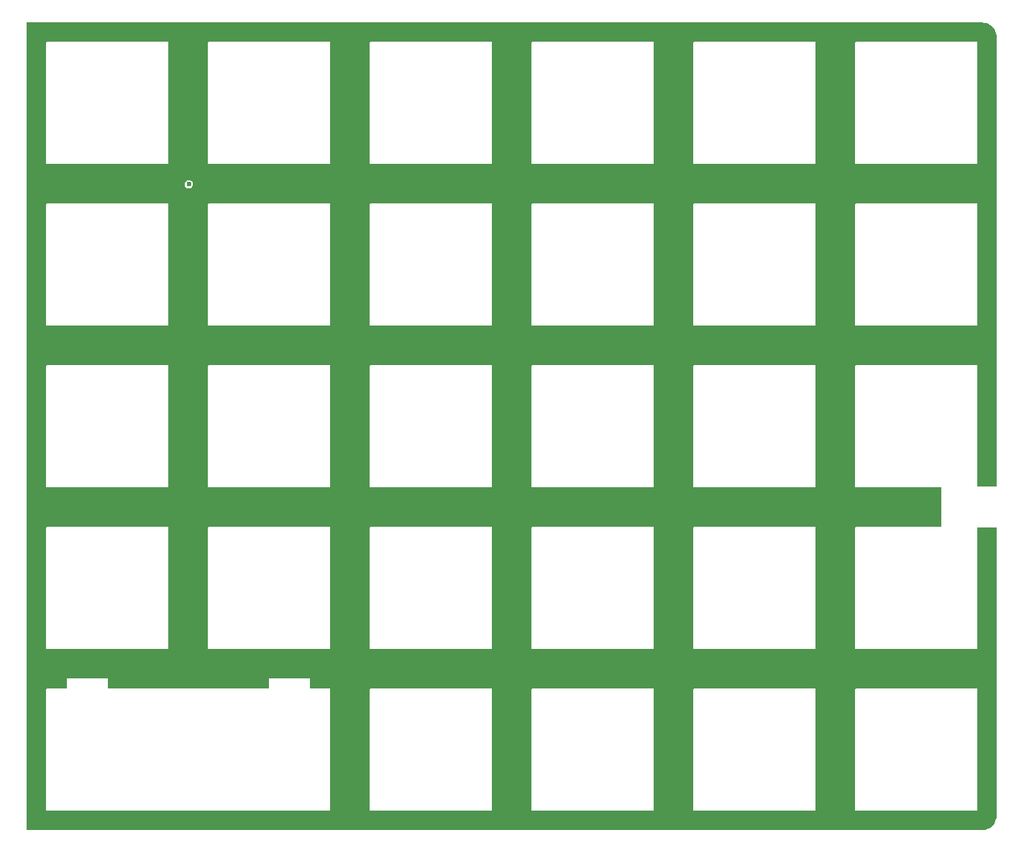
<source format=gtl>
G04 #@! TF.GenerationSoftware,KiCad,Pcbnew,(6.0.0-0)*
G04 #@! TF.CreationDate,2022-01-15T13:32:59+01:00*
G04 #@! TF.ProjectId,lumberjack-split,6c756d62-6572-46a6-9163-6b2d73706c69,rev?*
G04 #@! TF.SameCoordinates,Original*
G04 #@! TF.FileFunction,Copper,L1,Top*
G04 #@! TF.FilePolarity,Positive*
%FSLAX46Y46*%
G04 Gerber Fmt 4.6, Leading zero omitted, Abs format (unit mm)*
G04 Created by KiCad (PCBNEW (6.0.0-0)) date 2022-01-15 13:32:59*
%MOMM*%
%LPD*%
G01*
G04 APERTURE LIST*
G04 #@! TA.AperFunction,ViaPad*
%ADD10C,0.600000*%
G04 #@! TD*
G04 APERTURE END LIST*
D10*
X121500000Y-69100000D03*
G04 #@! TA.AperFunction,NonConductor*
G36*
X214900197Y-50057183D02*
G01*
X214907993Y-50060412D01*
X214910142Y-50059522D01*
X214910144Y-50059522D01*
X214913921Y-50057957D01*
X214919233Y-50057096D01*
X215154206Y-50073901D01*
X215155857Y-50074138D01*
X215396250Y-50126433D01*
X215397853Y-50126904D01*
X215628346Y-50212873D01*
X215629861Y-50213565D01*
X215845779Y-50331465D01*
X215847184Y-50332368D01*
X216044124Y-50479796D01*
X216045385Y-50480889D01*
X216219335Y-50654839D01*
X216220428Y-50656100D01*
X216367856Y-50853040D01*
X216368759Y-50854445D01*
X216486659Y-51070363D01*
X216487352Y-51071881D01*
X216573320Y-51302372D01*
X216573791Y-51303974D01*
X216626086Y-51544367D01*
X216626323Y-51546019D01*
X216643128Y-51780990D01*
X216642267Y-51786303D01*
X216640702Y-51790080D01*
X216640702Y-51790082D01*
X216639812Y-51792231D01*
X216640703Y-51794382D01*
X216643041Y-51800027D01*
X216643932Y-51804504D01*
X216643932Y-104713388D01*
X216640505Y-104721661D01*
X216632232Y-104725088D01*
X214374379Y-104725088D01*
X214366106Y-104721661D01*
X214362679Y-104713388D01*
X214362530Y-92857732D01*
X214362500Y-90499773D01*
X214363391Y-90495295D01*
X214365729Y-90489651D01*
X214366620Y-90487500D01*
X214350769Y-90449231D01*
X214348618Y-90448340D01*
X214322450Y-90437501D01*
X214322449Y-90437501D01*
X214322447Y-90437500D01*
X214322446Y-90437500D01*
X214312499Y-90433380D01*
X214310348Y-90434271D01*
X214304703Y-90436609D01*
X214300226Y-90437500D01*
X200037273Y-90437500D01*
X200032796Y-90436609D01*
X200027151Y-90434271D01*
X200025000Y-90433380D01*
X200015053Y-90437500D01*
X199986731Y-90449231D01*
X199970880Y-90487500D01*
X199971771Y-90489651D01*
X199974109Y-90495296D01*
X199975000Y-90499773D01*
X199975000Y-104762815D01*
X199974109Y-104767292D01*
X199970880Y-104775088D01*
X199986731Y-104813357D01*
X200015053Y-104825088D01*
X200015197Y-104825088D01*
X200015458Y-104825167D01*
X200025000Y-104829120D01*
X200027151Y-104828229D01*
X200032583Y-104825979D01*
X200037060Y-104825088D01*
X210083789Y-104825088D01*
X210092062Y-104828515D01*
X210095489Y-104836788D01*
X210095489Y-109475800D01*
X210092062Y-109484073D01*
X210083789Y-109487500D01*
X200037273Y-109487500D01*
X200032796Y-109486609D01*
X200027151Y-109484271D01*
X200025000Y-109483380D01*
X200015053Y-109487500D01*
X199986731Y-109499231D01*
X199970880Y-109537500D01*
X199971771Y-109539651D01*
X199974109Y-109545296D01*
X199975000Y-109549773D01*
X199975000Y-123812727D01*
X199974109Y-123817204D01*
X199970880Y-123825000D01*
X199975000Y-123834946D01*
X199975000Y-123834947D01*
X199986731Y-123863269D01*
X200025000Y-123879120D01*
X200027151Y-123878229D01*
X200032796Y-123875891D01*
X200037273Y-123875000D01*
X214300226Y-123875000D01*
X214304703Y-123875891D01*
X214312499Y-123879120D01*
X214322446Y-123875000D01*
X214322447Y-123875000D01*
X214322449Y-123874999D01*
X214322450Y-123874999D01*
X214348618Y-123864160D01*
X214350769Y-123863269D01*
X214366620Y-123825000D01*
X214363391Y-123817204D01*
X214362500Y-123812727D01*
X214362501Y-123775000D01*
X214362679Y-109599292D01*
X214366106Y-109591019D01*
X214374379Y-109587592D01*
X216632232Y-109587592D01*
X216640505Y-109591019D01*
X216643932Y-109599292D01*
X216643932Y-143458160D01*
X216643041Y-143462637D01*
X216639812Y-143470433D01*
X216640702Y-143472582D01*
X216640702Y-143472584D01*
X216642267Y-143476361D01*
X216643128Y-143481674D01*
X216626323Y-143716645D01*
X216626086Y-143718297D01*
X216573791Y-143958690D01*
X216573320Y-143960292D01*
X216487352Y-144190783D01*
X216486659Y-144192301D01*
X216368759Y-144408219D01*
X216367856Y-144409624D01*
X216220428Y-144606564D01*
X216219335Y-144607825D01*
X216045385Y-144781775D01*
X216044124Y-144782868D01*
X215847184Y-144930296D01*
X215845779Y-144931199D01*
X215629861Y-145049099D01*
X215628346Y-145049791D01*
X215590748Y-145063814D01*
X215397852Y-145135760D01*
X215396250Y-145136231D01*
X215155857Y-145188526D01*
X215154206Y-145188763D01*
X214919233Y-145205568D01*
X214913921Y-145204707D01*
X214910144Y-145203142D01*
X214910142Y-145203142D01*
X214907993Y-145202252D01*
X214905842Y-145203143D01*
X214900197Y-145205481D01*
X214895720Y-145206372D01*
X102455536Y-145206372D01*
X102447263Y-145202945D01*
X102443836Y-145194672D01*
X102443836Y-142875000D01*
X104720880Y-142875000D01*
X104725000Y-142884947D01*
X104736731Y-142913269D01*
X104775000Y-142929120D01*
X104777151Y-142928229D01*
X104782796Y-142925891D01*
X104787273Y-142925000D01*
X138100227Y-142925000D01*
X138104704Y-142925891D01*
X138112500Y-142929120D01*
X138114651Y-142928229D01*
X138148618Y-142914160D01*
X138150769Y-142913269D01*
X138162500Y-142884947D01*
X138166620Y-142875000D01*
X142820880Y-142875000D01*
X142825000Y-142884947D01*
X142836731Y-142913269D01*
X142875000Y-142929120D01*
X142877151Y-142928229D01*
X142882796Y-142925891D01*
X142887273Y-142925000D01*
X157150227Y-142925000D01*
X157154704Y-142925891D01*
X157162500Y-142929120D01*
X157164651Y-142928229D01*
X157198618Y-142914160D01*
X157200769Y-142913269D01*
X157212500Y-142884947D01*
X157216620Y-142875000D01*
X161870880Y-142875000D01*
X161875000Y-142884947D01*
X161886731Y-142913269D01*
X161925000Y-142929120D01*
X161927151Y-142928229D01*
X161932796Y-142925891D01*
X161937273Y-142925000D01*
X176200227Y-142925000D01*
X176204704Y-142925891D01*
X176212500Y-142929120D01*
X176214651Y-142928229D01*
X176248618Y-142914160D01*
X176250769Y-142913269D01*
X176262500Y-142884947D01*
X176266620Y-142875000D01*
X180920880Y-142875000D01*
X180925000Y-142884947D01*
X180936731Y-142913269D01*
X180975000Y-142929120D01*
X180977151Y-142928229D01*
X180982796Y-142925891D01*
X180987273Y-142925000D01*
X195250227Y-142925000D01*
X195254704Y-142925891D01*
X195262500Y-142929120D01*
X195264651Y-142928229D01*
X195298618Y-142914160D01*
X195300769Y-142913269D01*
X195312500Y-142884947D01*
X195316620Y-142875000D01*
X199970880Y-142875000D01*
X199975000Y-142884947D01*
X199986731Y-142913269D01*
X200025000Y-142929120D01*
X200027151Y-142928229D01*
X200032796Y-142925891D01*
X200037273Y-142925000D01*
X214300227Y-142925000D01*
X214304704Y-142925891D01*
X214312500Y-142929120D01*
X214314651Y-142928229D01*
X214348618Y-142914160D01*
X214350769Y-142913269D01*
X214362500Y-142884947D01*
X214366620Y-142875000D01*
X214363391Y-142867204D01*
X214362500Y-142862727D01*
X214362500Y-128599773D01*
X214363391Y-128595296D01*
X214365729Y-128589651D01*
X214366620Y-128587500D01*
X214350769Y-128549231D01*
X214322447Y-128537500D01*
X214312500Y-128533380D01*
X214310349Y-128534271D01*
X214304704Y-128536609D01*
X214300227Y-128537500D01*
X200037273Y-128537500D01*
X200032796Y-128536609D01*
X200027151Y-128534271D01*
X200025000Y-128533380D01*
X200015053Y-128537500D01*
X199986731Y-128549231D01*
X199970880Y-128587500D01*
X199971771Y-128589651D01*
X199974109Y-128595296D01*
X199975000Y-128599773D01*
X199975000Y-142862727D01*
X199974109Y-142867204D01*
X199970880Y-142875000D01*
X195316620Y-142875000D01*
X195313391Y-142867204D01*
X195312500Y-142862727D01*
X195312500Y-128599773D01*
X195313391Y-128595296D01*
X195315729Y-128589651D01*
X195316620Y-128587500D01*
X195300769Y-128549231D01*
X195272447Y-128537500D01*
X195262500Y-128533380D01*
X195260349Y-128534271D01*
X195254704Y-128536609D01*
X195250227Y-128537500D01*
X180987273Y-128537500D01*
X180982796Y-128536609D01*
X180977151Y-128534271D01*
X180975000Y-128533380D01*
X180965053Y-128537500D01*
X180936731Y-128549231D01*
X180920880Y-128587500D01*
X180921771Y-128589651D01*
X180924109Y-128595296D01*
X180925000Y-128599773D01*
X180925000Y-142862727D01*
X180924109Y-142867204D01*
X180920880Y-142875000D01*
X176266620Y-142875000D01*
X176263391Y-142867204D01*
X176262500Y-142862727D01*
X176262500Y-128599773D01*
X176263391Y-128595296D01*
X176265729Y-128589651D01*
X176266620Y-128587500D01*
X176250769Y-128549231D01*
X176222447Y-128537500D01*
X176212500Y-128533380D01*
X176210349Y-128534271D01*
X176204704Y-128536609D01*
X176200227Y-128537500D01*
X161937273Y-128537500D01*
X161932796Y-128536609D01*
X161927151Y-128534271D01*
X161925000Y-128533380D01*
X161915053Y-128537500D01*
X161886731Y-128549231D01*
X161870880Y-128587500D01*
X161871771Y-128589651D01*
X161874109Y-128595296D01*
X161875000Y-128599773D01*
X161875000Y-142862727D01*
X161874109Y-142867204D01*
X161870880Y-142875000D01*
X157216620Y-142875000D01*
X157213391Y-142867204D01*
X157212500Y-142862727D01*
X157212500Y-128599773D01*
X157213391Y-128595296D01*
X157215729Y-128589651D01*
X157216620Y-128587500D01*
X157200769Y-128549231D01*
X157172447Y-128537500D01*
X157162500Y-128533380D01*
X157160349Y-128534271D01*
X157154704Y-128536609D01*
X157150227Y-128537500D01*
X142887273Y-128537500D01*
X142882796Y-128536609D01*
X142877151Y-128534271D01*
X142875000Y-128533380D01*
X142865053Y-128537500D01*
X142836731Y-128549231D01*
X142820880Y-128587500D01*
X142821771Y-128589651D01*
X142824109Y-128595296D01*
X142825000Y-128599773D01*
X142825000Y-142862727D01*
X142824109Y-142867204D01*
X142820880Y-142875000D01*
X138166620Y-142875000D01*
X138163391Y-142867204D01*
X138162500Y-142862727D01*
X138162616Y-128599881D01*
X138163507Y-128595404D01*
X138165845Y-128589759D01*
X138166736Y-128587608D01*
X138150885Y-128549339D01*
X138122563Y-128537608D01*
X138112616Y-128533488D01*
X138110465Y-128534379D01*
X138104820Y-128536717D01*
X138100343Y-128537608D01*
X135793064Y-128537608D01*
X135784791Y-128534181D01*
X135781364Y-128525908D01*
X135781364Y-127409255D01*
X135782255Y-127404778D01*
X135784593Y-127399133D01*
X135785484Y-127396982D01*
X135769633Y-127358713D01*
X135741311Y-127346982D01*
X135731364Y-127342862D01*
X135729213Y-127343753D01*
X135723568Y-127346091D01*
X135719091Y-127346982D01*
X130981133Y-127346982D01*
X130976656Y-127346091D01*
X130971011Y-127343753D01*
X130968860Y-127342862D01*
X130958913Y-127346982D01*
X130930591Y-127358713D01*
X130914740Y-127396982D01*
X130915631Y-127399133D01*
X130917969Y-127404778D01*
X130918860Y-127409255D01*
X130918860Y-128525908D01*
X130915433Y-128534181D01*
X130907160Y-128537608D01*
X111980544Y-128537608D01*
X111972271Y-128534181D01*
X111968844Y-128525908D01*
X111968844Y-127409255D01*
X111969735Y-127404778D01*
X111972073Y-127399133D01*
X111972964Y-127396982D01*
X111957113Y-127358713D01*
X111928791Y-127346982D01*
X111918844Y-127342862D01*
X111916693Y-127343753D01*
X111911048Y-127346091D01*
X111906571Y-127346982D01*
X107168613Y-127346982D01*
X107164136Y-127346091D01*
X107158491Y-127343753D01*
X107156340Y-127342862D01*
X107146393Y-127346982D01*
X107118071Y-127358713D01*
X107102220Y-127396982D01*
X107103111Y-127399133D01*
X107105449Y-127404778D01*
X107106340Y-127409255D01*
X107106340Y-128525904D01*
X107102913Y-128534177D01*
X107094639Y-128537604D01*
X104787274Y-128537501D01*
X104782798Y-128536610D01*
X104777151Y-128534271D01*
X104775000Y-128533380D01*
X104753682Y-128542210D01*
X104738880Y-128548340D01*
X104736733Y-128549229D01*
X104736731Y-128549231D01*
X104727173Y-128572306D01*
X104720880Y-128587498D01*
X104721770Y-128589647D01*
X104721770Y-128589648D01*
X104724110Y-128595297D01*
X104725000Y-128599774D01*
X104725000Y-142862727D01*
X104724109Y-142867204D01*
X104720880Y-142875000D01*
X102443836Y-142875000D01*
X102443836Y-123825000D01*
X104720880Y-123825000D01*
X104725000Y-123834946D01*
X104725000Y-123834947D01*
X104736731Y-123863269D01*
X104775000Y-123879120D01*
X104777151Y-123878229D01*
X104782796Y-123875891D01*
X104787273Y-123875000D01*
X119050227Y-123875000D01*
X119054704Y-123875891D01*
X119062500Y-123879120D01*
X119064651Y-123878229D01*
X119098618Y-123864160D01*
X119100769Y-123863269D01*
X119112500Y-123834947D01*
X119112500Y-123834946D01*
X119116620Y-123825000D01*
X123770880Y-123825000D01*
X123775000Y-123834946D01*
X123775000Y-123834947D01*
X123786731Y-123863269D01*
X123825000Y-123879120D01*
X123827151Y-123878229D01*
X123832796Y-123875891D01*
X123837273Y-123875000D01*
X138100227Y-123875000D01*
X138104704Y-123875891D01*
X138112500Y-123879120D01*
X138114651Y-123878229D01*
X138148618Y-123864160D01*
X138150769Y-123863269D01*
X138162500Y-123834947D01*
X138162500Y-123834946D01*
X138166620Y-123825000D01*
X142820880Y-123825000D01*
X142825000Y-123834946D01*
X142825000Y-123834947D01*
X142836731Y-123863269D01*
X142875000Y-123879120D01*
X142877151Y-123878229D01*
X142882796Y-123875891D01*
X142887273Y-123875000D01*
X157150227Y-123875000D01*
X157154704Y-123875891D01*
X157162500Y-123879120D01*
X157164651Y-123878229D01*
X157198618Y-123864160D01*
X157200769Y-123863269D01*
X157212500Y-123834947D01*
X157212500Y-123834946D01*
X157216620Y-123825000D01*
X161870880Y-123825000D01*
X161875000Y-123834946D01*
X161875000Y-123834947D01*
X161886731Y-123863269D01*
X161925000Y-123879120D01*
X161927151Y-123878229D01*
X161932796Y-123875891D01*
X161937273Y-123875000D01*
X176200227Y-123875000D01*
X176204704Y-123875891D01*
X176212500Y-123879120D01*
X176214651Y-123878229D01*
X176248618Y-123864160D01*
X176250769Y-123863269D01*
X176262500Y-123834947D01*
X176262500Y-123834946D01*
X176266620Y-123825000D01*
X180920880Y-123825000D01*
X180925000Y-123834946D01*
X180925000Y-123834947D01*
X180936731Y-123863269D01*
X180975000Y-123879120D01*
X180977151Y-123878229D01*
X180982796Y-123875891D01*
X180987273Y-123875000D01*
X195250227Y-123875000D01*
X195254704Y-123875891D01*
X195262500Y-123879120D01*
X195264651Y-123878229D01*
X195298618Y-123864160D01*
X195300769Y-123863269D01*
X195312500Y-123834947D01*
X195312500Y-123834946D01*
X195316620Y-123825000D01*
X195313391Y-123817204D01*
X195312500Y-123812727D01*
X195312500Y-109549773D01*
X195313391Y-109545296D01*
X195315729Y-109539651D01*
X195316620Y-109537500D01*
X195300769Y-109499231D01*
X195272447Y-109487500D01*
X195262500Y-109483380D01*
X195260349Y-109484271D01*
X195254704Y-109486609D01*
X195250227Y-109487500D01*
X180987273Y-109487500D01*
X180982796Y-109486609D01*
X180977151Y-109484271D01*
X180975000Y-109483380D01*
X180965053Y-109487500D01*
X180936731Y-109499231D01*
X180920880Y-109537500D01*
X180921771Y-109539651D01*
X180924109Y-109545296D01*
X180925000Y-109549773D01*
X180925000Y-123812727D01*
X180924109Y-123817204D01*
X180920880Y-123825000D01*
X176266620Y-123825000D01*
X176263391Y-123817204D01*
X176262500Y-123812727D01*
X176262500Y-109549773D01*
X176263391Y-109545296D01*
X176265729Y-109539651D01*
X176266620Y-109537500D01*
X176250769Y-109499231D01*
X176222447Y-109487500D01*
X176212500Y-109483380D01*
X176210349Y-109484271D01*
X176204704Y-109486609D01*
X176200227Y-109487500D01*
X161937273Y-109487500D01*
X161932796Y-109486609D01*
X161927151Y-109484271D01*
X161925000Y-109483380D01*
X161915053Y-109487500D01*
X161886731Y-109499231D01*
X161870880Y-109537500D01*
X161871771Y-109539651D01*
X161874109Y-109545296D01*
X161875000Y-109549773D01*
X161875000Y-123812727D01*
X161874109Y-123817204D01*
X161870880Y-123825000D01*
X157216620Y-123825000D01*
X157213391Y-123817204D01*
X157212500Y-123812727D01*
X157212500Y-109549773D01*
X157213391Y-109545296D01*
X157215729Y-109539651D01*
X157216620Y-109537500D01*
X157200769Y-109499231D01*
X157172447Y-109487500D01*
X157162500Y-109483380D01*
X157160349Y-109484271D01*
X157154704Y-109486609D01*
X157150227Y-109487500D01*
X142887273Y-109487500D01*
X142882796Y-109486609D01*
X142877151Y-109484271D01*
X142875000Y-109483380D01*
X142865053Y-109487500D01*
X142836731Y-109499231D01*
X142820880Y-109537500D01*
X142821771Y-109539651D01*
X142824109Y-109545296D01*
X142825000Y-109549773D01*
X142825000Y-123812727D01*
X142824109Y-123817204D01*
X142820880Y-123825000D01*
X138166620Y-123825000D01*
X138163391Y-123817204D01*
X138162500Y-123812727D01*
X138162500Y-109549773D01*
X138163391Y-109545296D01*
X138165729Y-109539651D01*
X138166620Y-109537500D01*
X138150769Y-109499231D01*
X138122447Y-109487500D01*
X138112500Y-109483380D01*
X138110349Y-109484271D01*
X138104704Y-109486609D01*
X138100227Y-109487500D01*
X123837273Y-109487500D01*
X123832796Y-109486609D01*
X123827151Y-109484271D01*
X123825000Y-109483380D01*
X123815053Y-109487500D01*
X123786731Y-109499231D01*
X123770880Y-109537500D01*
X123771771Y-109539651D01*
X123774109Y-109545296D01*
X123775000Y-109549773D01*
X123775000Y-123812727D01*
X123774109Y-123817204D01*
X123770880Y-123825000D01*
X119116620Y-123825000D01*
X119113391Y-123817204D01*
X119112500Y-123812727D01*
X119112500Y-109549773D01*
X119113391Y-109545296D01*
X119115729Y-109539651D01*
X119116620Y-109537500D01*
X119100769Y-109499231D01*
X119072447Y-109487500D01*
X119062500Y-109483380D01*
X119060349Y-109484271D01*
X119054704Y-109486609D01*
X119050227Y-109487500D01*
X104787273Y-109487500D01*
X104782796Y-109486609D01*
X104777151Y-109484271D01*
X104775000Y-109483380D01*
X104765053Y-109487500D01*
X104736731Y-109499231D01*
X104720880Y-109537500D01*
X104721771Y-109539651D01*
X104724109Y-109545296D01*
X104725000Y-109549773D01*
X104725000Y-123812727D01*
X104724109Y-123817204D01*
X104720880Y-123825000D01*
X102443836Y-123825000D01*
X102443836Y-104775000D01*
X104720880Y-104775000D01*
X104725000Y-104784947D01*
X104736731Y-104813269D01*
X104738882Y-104814160D01*
X104755866Y-104821195D01*
X104775000Y-104829120D01*
X104777151Y-104828229D01*
X104782796Y-104825891D01*
X104787273Y-104825000D01*
X119050227Y-104825000D01*
X119054704Y-104825891D01*
X119057526Y-104827060D01*
X119062500Y-104829120D01*
X119064651Y-104828229D01*
X119098618Y-104814160D01*
X119100769Y-104813269D01*
X119112500Y-104784947D01*
X119116620Y-104775000D01*
X123770880Y-104775000D01*
X123775000Y-104784947D01*
X123786731Y-104813269D01*
X123788882Y-104814160D01*
X123805866Y-104821195D01*
X123825000Y-104829120D01*
X123827151Y-104828229D01*
X123832796Y-104825891D01*
X123837273Y-104825000D01*
X138100227Y-104825000D01*
X138104704Y-104825891D01*
X138107526Y-104827060D01*
X138112500Y-104829120D01*
X138114651Y-104828229D01*
X138148618Y-104814160D01*
X138150769Y-104813269D01*
X138162500Y-104784947D01*
X138166620Y-104775000D01*
X142820880Y-104775000D01*
X142825000Y-104784947D01*
X142836731Y-104813269D01*
X142838882Y-104814160D01*
X142855866Y-104821195D01*
X142875000Y-104829120D01*
X142877151Y-104828229D01*
X142882796Y-104825891D01*
X142887273Y-104825000D01*
X157150227Y-104825000D01*
X157154704Y-104825891D01*
X157157526Y-104827060D01*
X157162500Y-104829120D01*
X157164651Y-104828229D01*
X157198618Y-104814160D01*
X157200769Y-104813269D01*
X157212500Y-104784947D01*
X157216620Y-104775000D01*
X161870880Y-104775000D01*
X161875000Y-104784947D01*
X161886731Y-104813269D01*
X161888882Y-104814160D01*
X161905866Y-104821195D01*
X161925000Y-104829120D01*
X161927151Y-104828229D01*
X161932796Y-104825891D01*
X161937273Y-104825000D01*
X176200227Y-104825000D01*
X176204704Y-104825891D01*
X176207526Y-104827060D01*
X176212500Y-104829120D01*
X176214651Y-104828229D01*
X176248618Y-104814160D01*
X176250769Y-104813269D01*
X176262500Y-104784947D01*
X176266620Y-104775000D01*
X180920880Y-104775000D01*
X180925000Y-104784947D01*
X180936731Y-104813269D01*
X180938882Y-104814160D01*
X180955866Y-104821195D01*
X180975000Y-104829120D01*
X180977151Y-104828229D01*
X180982796Y-104825891D01*
X180987273Y-104825000D01*
X195250227Y-104825000D01*
X195254704Y-104825891D01*
X195257526Y-104827060D01*
X195262500Y-104829120D01*
X195264651Y-104828229D01*
X195298618Y-104814160D01*
X195300769Y-104813269D01*
X195312500Y-104784947D01*
X195316620Y-104775000D01*
X195313391Y-104767204D01*
X195312500Y-104762727D01*
X195312500Y-90499773D01*
X195313391Y-90495296D01*
X195315729Y-90489651D01*
X195316620Y-90487500D01*
X195300769Y-90449231D01*
X195272447Y-90437500D01*
X195262500Y-90433380D01*
X195260349Y-90434271D01*
X195254704Y-90436609D01*
X195250227Y-90437500D01*
X180987273Y-90437500D01*
X180982796Y-90436609D01*
X180977151Y-90434271D01*
X180975000Y-90433380D01*
X180965053Y-90437500D01*
X180936731Y-90449231D01*
X180920880Y-90487500D01*
X180921771Y-90489651D01*
X180924109Y-90495296D01*
X180925000Y-90499773D01*
X180925000Y-104762727D01*
X180924109Y-104767204D01*
X180920880Y-104775000D01*
X176266620Y-104775000D01*
X176263391Y-104767204D01*
X176262500Y-104762727D01*
X176262500Y-90499773D01*
X176263391Y-90495296D01*
X176265729Y-90489651D01*
X176266620Y-90487500D01*
X176250769Y-90449231D01*
X176222447Y-90437500D01*
X176212500Y-90433380D01*
X176210349Y-90434271D01*
X176204704Y-90436609D01*
X176200227Y-90437500D01*
X161937273Y-90437500D01*
X161932796Y-90436609D01*
X161927151Y-90434271D01*
X161925000Y-90433380D01*
X161915053Y-90437500D01*
X161886731Y-90449231D01*
X161870880Y-90487500D01*
X161871771Y-90489651D01*
X161874109Y-90495296D01*
X161875000Y-90499773D01*
X161875000Y-104762727D01*
X161874109Y-104767204D01*
X161870880Y-104775000D01*
X157216620Y-104775000D01*
X157213391Y-104767204D01*
X157212500Y-104762727D01*
X157212500Y-90499773D01*
X157213391Y-90495296D01*
X157215729Y-90489651D01*
X157216620Y-90487500D01*
X157200769Y-90449231D01*
X157172447Y-90437500D01*
X157162500Y-90433380D01*
X157160349Y-90434271D01*
X157154704Y-90436609D01*
X157150227Y-90437500D01*
X142887273Y-90437500D01*
X142882796Y-90436609D01*
X142877151Y-90434271D01*
X142875000Y-90433380D01*
X142865053Y-90437500D01*
X142836731Y-90449231D01*
X142820880Y-90487500D01*
X142821771Y-90489651D01*
X142824109Y-90495296D01*
X142825000Y-90499773D01*
X142825000Y-104762727D01*
X142824109Y-104767204D01*
X142820880Y-104775000D01*
X138166620Y-104775000D01*
X138163391Y-104767204D01*
X138162500Y-104762727D01*
X138162500Y-90499773D01*
X138163391Y-90495296D01*
X138165729Y-90489651D01*
X138166620Y-90487500D01*
X138150769Y-90449231D01*
X138122447Y-90437500D01*
X138112500Y-90433380D01*
X138110349Y-90434271D01*
X138104704Y-90436609D01*
X138100227Y-90437500D01*
X123837273Y-90437500D01*
X123832796Y-90436609D01*
X123827151Y-90434271D01*
X123825000Y-90433380D01*
X123815053Y-90437500D01*
X123786731Y-90449231D01*
X123770880Y-90487500D01*
X123771771Y-90489651D01*
X123774109Y-90495296D01*
X123775000Y-90499773D01*
X123775000Y-104762727D01*
X123774109Y-104767204D01*
X123770880Y-104775000D01*
X119116620Y-104775000D01*
X119113391Y-104767204D01*
X119112500Y-104762727D01*
X119112500Y-90499773D01*
X119113391Y-90495296D01*
X119115729Y-90489651D01*
X119116620Y-90487500D01*
X119100769Y-90449231D01*
X119072447Y-90437500D01*
X119062500Y-90433380D01*
X119060349Y-90434271D01*
X119054704Y-90436609D01*
X119050227Y-90437500D01*
X104787273Y-90437500D01*
X104782796Y-90436609D01*
X104777151Y-90434271D01*
X104775000Y-90433380D01*
X104765053Y-90437500D01*
X104736731Y-90449231D01*
X104720880Y-90487500D01*
X104721771Y-90489651D01*
X104724109Y-90495296D01*
X104725000Y-90499773D01*
X104725000Y-104762727D01*
X104724109Y-104767204D01*
X104720880Y-104775000D01*
X102443836Y-104775000D01*
X102443836Y-85725000D01*
X104720880Y-85725000D01*
X104725000Y-85734947D01*
X104736731Y-85763269D01*
X104775000Y-85779120D01*
X104777151Y-85778229D01*
X104782796Y-85775891D01*
X104787273Y-85775000D01*
X119050227Y-85775000D01*
X119054704Y-85775891D01*
X119062500Y-85779120D01*
X119064651Y-85778229D01*
X119098618Y-85764160D01*
X119100769Y-85763269D01*
X119112500Y-85734947D01*
X119116620Y-85725000D01*
X123770880Y-85725000D01*
X123775000Y-85734947D01*
X123786731Y-85763269D01*
X123825000Y-85779120D01*
X123827151Y-85778229D01*
X123832796Y-85775891D01*
X123837273Y-85775000D01*
X138100227Y-85775000D01*
X138104704Y-85775891D01*
X138112500Y-85779120D01*
X138114651Y-85778229D01*
X138148618Y-85764160D01*
X138150769Y-85763269D01*
X138162500Y-85734947D01*
X138166620Y-85725000D01*
X142820880Y-85725000D01*
X142825000Y-85734947D01*
X142836731Y-85763269D01*
X142875000Y-85779120D01*
X142877151Y-85778229D01*
X142882796Y-85775891D01*
X142887273Y-85775000D01*
X157150227Y-85775000D01*
X157154704Y-85775891D01*
X157162500Y-85779120D01*
X157164651Y-85778229D01*
X157198618Y-85764160D01*
X157200769Y-85763269D01*
X157212500Y-85734947D01*
X157216620Y-85725000D01*
X161870880Y-85725000D01*
X161875000Y-85734947D01*
X161886731Y-85763269D01*
X161925000Y-85779120D01*
X161927151Y-85778229D01*
X161932796Y-85775891D01*
X161937273Y-85775000D01*
X176200227Y-85775000D01*
X176204704Y-85775891D01*
X176212500Y-85779120D01*
X176214651Y-85778229D01*
X176248618Y-85764160D01*
X176250769Y-85763269D01*
X176262500Y-85734947D01*
X176266620Y-85725000D01*
X180920880Y-85725000D01*
X180925000Y-85734947D01*
X180936731Y-85763269D01*
X180975000Y-85779120D01*
X180977151Y-85778229D01*
X180982796Y-85775891D01*
X180987273Y-85775000D01*
X195250227Y-85775000D01*
X195254704Y-85775891D01*
X195262500Y-85779120D01*
X195264651Y-85778229D01*
X195298618Y-85764160D01*
X195300769Y-85763269D01*
X195312500Y-85734947D01*
X195316620Y-85725000D01*
X199970880Y-85725000D01*
X199975000Y-85734947D01*
X199986731Y-85763269D01*
X200025000Y-85779120D01*
X200027151Y-85778229D01*
X200032796Y-85775891D01*
X200037273Y-85775000D01*
X214300227Y-85775000D01*
X214304704Y-85775891D01*
X214312500Y-85779120D01*
X214314651Y-85778229D01*
X214348618Y-85764160D01*
X214350769Y-85763269D01*
X214362500Y-85734947D01*
X214366620Y-85725000D01*
X214363391Y-85717204D01*
X214362500Y-85712727D01*
X214362500Y-71449773D01*
X214363391Y-71445296D01*
X214365729Y-71439651D01*
X214366620Y-71437500D01*
X214350769Y-71399231D01*
X214322447Y-71387500D01*
X214312500Y-71383380D01*
X214310349Y-71384271D01*
X214304704Y-71386609D01*
X214300227Y-71387500D01*
X200037273Y-71387500D01*
X200032796Y-71386609D01*
X200027151Y-71384271D01*
X200025000Y-71383380D01*
X200015053Y-71387500D01*
X199986731Y-71399231D01*
X199970880Y-71437500D01*
X199971771Y-71439651D01*
X199974109Y-71445296D01*
X199975000Y-71449773D01*
X199975000Y-85712727D01*
X199974109Y-85717204D01*
X199970880Y-85725000D01*
X195316620Y-85725000D01*
X195313391Y-85717204D01*
X195312500Y-85712727D01*
X195312500Y-71449773D01*
X195313391Y-71445296D01*
X195315729Y-71439651D01*
X195316620Y-71437500D01*
X195300769Y-71399231D01*
X195272447Y-71387500D01*
X195262500Y-71383380D01*
X195260349Y-71384271D01*
X195254704Y-71386609D01*
X195250227Y-71387500D01*
X180987273Y-71387500D01*
X180982796Y-71386609D01*
X180977151Y-71384271D01*
X180975000Y-71383380D01*
X180965053Y-71387500D01*
X180936731Y-71399231D01*
X180920880Y-71437500D01*
X180921771Y-71439651D01*
X180924109Y-71445296D01*
X180925000Y-71449773D01*
X180925000Y-85712727D01*
X180924109Y-85717204D01*
X180920880Y-85725000D01*
X176266620Y-85725000D01*
X176263391Y-85717204D01*
X176262500Y-85712727D01*
X176262500Y-71449773D01*
X176263391Y-71445296D01*
X176265729Y-71439651D01*
X176266620Y-71437500D01*
X176250769Y-71399231D01*
X176222447Y-71387500D01*
X176212500Y-71383380D01*
X176210349Y-71384271D01*
X176204704Y-71386609D01*
X176200227Y-71387500D01*
X161937273Y-71387500D01*
X161932796Y-71386609D01*
X161927151Y-71384271D01*
X161925000Y-71383380D01*
X161915053Y-71387500D01*
X161886731Y-71399231D01*
X161870880Y-71437500D01*
X161871771Y-71439651D01*
X161874109Y-71445296D01*
X161875000Y-71449773D01*
X161875000Y-85712727D01*
X161874109Y-85717204D01*
X161870880Y-85725000D01*
X157216620Y-85725000D01*
X157213391Y-85717204D01*
X157212500Y-85712727D01*
X157212500Y-71449773D01*
X157213391Y-71445296D01*
X157215729Y-71439651D01*
X157216620Y-71437500D01*
X157200769Y-71399231D01*
X157172447Y-71387500D01*
X157162500Y-71383380D01*
X157160349Y-71384271D01*
X157154704Y-71386609D01*
X157150227Y-71387500D01*
X142887273Y-71387500D01*
X142882796Y-71386609D01*
X142877151Y-71384271D01*
X142875000Y-71383380D01*
X142865053Y-71387500D01*
X142836731Y-71399231D01*
X142820880Y-71437500D01*
X142821771Y-71439651D01*
X142824109Y-71445296D01*
X142825000Y-71449773D01*
X142825000Y-85712727D01*
X142824109Y-85717204D01*
X142820880Y-85725000D01*
X138166620Y-85725000D01*
X138163391Y-85717204D01*
X138162500Y-85712727D01*
X138162500Y-71449773D01*
X138163391Y-71445296D01*
X138165729Y-71439651D01*
X138166620Y-71437500D01*
X138150769Y-71399231D01*
X138122447Y-71387500D01*
X138112500Y-71383380D01*
X138110349Y-71384271D01*
X138104704Y-71386609D01*
X138100227Y-71387500D01*
X123837273Y-71387500D01*
X123832796Y-71386609D01*
X123827151Y-71384271D01*
X123825000Y-71383380D01*
X123815053Y-71387500D01*
X123786731Y-71399231D01*
X123770880Y-71437500D01*
X123771771Y-71439651D01*
X123774109Y-71445296D01*
X123775000Y-71449773D01*
X123775000Y-85712727D01*
X123774109Y-85717204D01*
X123770880Y-85725000D01*
X119116620Y-85725000D01*
X119113391Y-85717204D01*
X119112500Y-85712727D01*
X119112500Y-71449773D01*
X119113391Y-71445296D01*
X119115729Y-71439651D01*
X119116620Y-71437500D01*
X119100769Y-71399231D01*
X119072447Y-71387500D01*
X119062500Y-71383380D01*
X119060349Y-71384271D01*
X119054704Y-71386609D01*
X119050227Y-71387500D01*
X104787273Y-71387500D01*
X104782796Y-71386609D01*
X104777151Y-71384271D01*
X104775000Y-71383380D01*
X104765053Y-71387500D01*
X104736731Y-71399231D01*
X104720880Y-71437500D01*
X104721771Y-71439651D01*
X104724109Y-71445296D01*
X104725000Y-71449773D01*
X104725000Y-85712727D01*
X104724109Y-85717204D01*
X104720880Y-85725000D01*
X102443836Y-85725000D01*
X102443836Y-69093823D01*
X120994391Y-69093823D01*
X121012980Y-69235979D01*
X121070720Y-69367203D01*
X121162970Y-69476948D01*
X121163663Y-69477410D01*
X121163665Y-69477411D01*
X121181793Y-69489478D01*
X121282313Y-69556390D01*
X121419157Y-69599142D01*
X121500378Y-69600631D01*
X121561668Y-69601755D01*
X121561670Y-69601755D01*
X121562499Y-69601770D01*
X121700817Y-69564060D01*
X121822991Y-69489045D01*
X121833522Y-69477411D01*
X121847444Y-69462029D01*
X121919200Y-69382754D01*
X121981710Y-69253733D01*
X121984569Y-69236743D01*
X122005422Y-69112794D01*
X122005496Y-69112354D01*
X122005647Y-69100000D01*
X122004763Y-69093823D01*
X121985441Y-68958907D01*
X121985323Y-68958082D01*
X121984978Y-68957323D01*
X121926330Y-68828332D01*
X121926328Y-68828330D01*
X121925984Y-68827572D01*
X121832400Y-68718963D01*
X121712095Y-68640985D01*
X121643417Y-68620446D01*
X121575539Y-68600146D01*
X121575537Y-68600146D01*
X121574739Y-68599907D01*
X121500565Y-68599454D01*
X121432208Y-68599036D01*
X121432207Y-68599036D01*
X121431376Y-68599031D01*
X121345516Y-68623570D01*
X121294326Y-68638200D01*
X121294325Y-68638201D01*
X121293529Y-68638428D01*
X121172280Y-68714930D01*
X121077377Y-68822388D01*
X121016447Y-68952163D01*
X120994391Y-69093823D01*
X102443836Y-69093823D01*
X102443836Y-66675000D01*
X104720880Y-66675000D01*
X104725000Y-66684947D01*
X104736731Y-66713269D01*
X104775000Y-66729120D01*
X104777151Y-66728229D01*
X104782796Y-66725891D01*
X104787273Y-66725000D01*
X119050227Y-66725000D01*
X119054704Y-66725891D01*
X119062500Y-66729120D01*
X119064651Y-66728229D01*
X119098618Y-66714160D01*
X119100769Y-66713269D01*
X119112500Y-66684947D01*
X119116620Y-66675000D01*
X123770880Y-66675000D01*
X123775000Y-66684947D01*
X123786731Y-66713269D01*
X123825000Y-66729120D01*
X123827151Y-66728229D01*
X123832796Y-66725891D01*
X123837273Y-66725000D01*
X138100227Y-66725000D01*
X138104704Y-66725891D01*
X138112500Y-66729120D01*
X138114651Y-66728229D01*
X138148618Y-66714160D01*
X138150769Y-66713269D01*
X138162500Y-66684947D01*
X138166620Y-66675000D01*
X142820880Y-66675000D01*
X142825000Y-66684947D01*
X142836731Y-66713269D01*
X142875000Y-66729120D01*
X142877151Y-66728229D01*
X142882796Y-66725891D01*
X142887273Y-66725000D01*
X157150227Y-66725000D01*
X157154704Y-66725891D01*
X157162500Y-66729120D01*
X157164651Y-66728229D01*
X157198618Y-66714160D01*
X157200769Y-66713269D01*
X157212500Y-66684947D01*
X157216620Y-66675000D01*
X161870880Y-66675000D01*
X161875000Y-66684947D01*
X161886731Y-66713269D01*
X161925000Y-66729120D01*
X161927151Y-66728229D01*
X161932796Y-66725891D01*
X161937273Y-66725000D01*
X176200227Y-66725000D01*
X176204704Y-66725891D01*
X176212500Y-66729120D01*
X176214651Y-66728229D01*
X176248618Y-66714160D01*
X176250769Y-66713269D01*
X176262500Y-66684947D01*
X176266620Y-66675000D01*
X180920880Y-66675000D01*
X180925000Y-66684947D01*
X180936731Y-66713269D01*
X180975000Y-66729120D01*
X180977151Y-66728229D01*
X180982796Y-66725891D01*
X180987273Y-66725000D01*
X195250227Y-66725000D01*
X195254704Y-66725891D01*
X195262500Y-66729120D01*
X195264651Y-66728229D01*
X195298618Y-66714160D01*
X195300769Y-66713269D01*
X195312500Y-66684947D01*
X195316620Y-66675000D01*
X199970880Y-66675000D01*
X199975000Y-66684947D01*
X199986731Y-66713269D01*
X200025000Y-66729120D01*
X200027151Y-66728229D01*
X200032796Y-66725891D01*
X200037273Y-66725000D01*
X214300227Y-66725000D01*
X214304704Y-66725891D01*
X214312500Y-66729120D01*
X214314651Y-66728229D01*
X214348618Y-66714160D01*
X214350769Y-66713269D01*
X214362500Y-66684947D01*
X214366620Y-66675000D01*
X214363391Y-66667204D01*
X214362500Y-66662727D01*
X214362500Y-52399773D01*
X214363391Y-52395296D01*
X214365729Y-52389651D01*
X214366620Y-52387500D01*
X214350769Y-52349231D01*
X214322447Y-52337500D01*
X214312500Y-52333380D01*
X214310349Y-52334271D01*
X214304704Y-52336609D01*
X214300227Y-52337500D01*
X200037273Y-52337500D01*
X200032796Y-52336609D01*
X200027151Y-52334271D01*
X200025000Y-52333380D01*
X200015053Y-52337500D01*
X199986731Y-52349231D01*
X199970880Y-52387500D01*
X199971771Y-52389651D01*
X199974109Y-52395296D01*
X199975000Y-52399773D01*
X199975000Y-66662727D01*
X199974109Y-66667204D01*
X199970880Y-66675000D01*
X195316620Y-66675000D01*
X195313391Y-66667204D01*
X195312500Y-66662727D01*
X195312500Y-52399773D01*
X195313391Y-52395296D01*
X195315729Y-52389651D01*
X195316620Y-52387500D01*
X195300769Y-52349231D01*
X195272447Y-52337500D01*
X195262500Y-52333380D01*
X195260349Y-52334271D01*
X195254704Y-52336609D01*
X195250227Y-52337500D01*
X180987273Y-52337500D01*
X180982796Y-52336609D01*
X180977151Y-52334271D01*
X180975000Y-52333380D01*
X180965053Y-52337500D01*
X180936731Y-52349231D01*
X180920880Y-52387500D01*
X180921771Y-52389651D01*
X180924109Y-52395296D01*
X180925000Y-52399773D01*
X180925000Y-66662727D01*
X180924109Y-66667204D01*
X180920880Y-66675000D01*
X176266620Y-66675000D01*
X176263391Y-66667204D01*
X176262500Y-66662727D01*
X176262500Y-52399773D01*
X176263391Y-52395296D01*
X176265729Y-52389651D01*
X176266620Y-52387500D01*
X176250769Y-52349231D01*
X176222447Y-52337500D01*
X176212500Y-52333380D01*
X176210349Y-52334271D01*
X176204704Y-52336609D01*
X176200227Y-52337500D01*
X161937273Y-52337500D01*
X161932796Y-52336609D01*
X161927151Y-52334271D01*
X161925000Y-52333380D01*
X161915053Y-52337500D01*
X161886731Y-52349231D01*
X161870880Y-52387500D01*
X161871771Y-52389651D01*
X161874109Y-52395296D01*
X161875000Y-52399773D01*
X161875000Y-66662727D01*
X161874109Y-66667204D01*
X161870880Y-66675000D01*
X157216620Y-66675000D01*
X157213391Y-66667204D01*
X157212500Y-66662727D01*
X157212500Y-52399773D01*
X157213391Y-52395296D01*
X157215729Y-52389651D01*
X157216620Y-52387500D01*
X157200769Y-52349231D01*
X157172447Y-52337500D01*
X157162500Y-52333380D01*
X157160349Y-52334271D01*
X157154704Y-52336609D01*
X157150227Y-52337500D01*
X142887273Y-52337500D01*
X142882796Y-52336609D01*
X142877151Y-52334271D01*
X142875000Y-52333380D01*
X142865053Y-52337500D01*
X142836731Y-52349231D01*
X142820880Y-52387500D01*
X142821771Y-52389651D01*
X142824109Y-52395296D01*
X142825000Y-52399773D01*
X142825000Y-66662727D01*
X142824109Y-66667204D01*
X142820880Y-66675000D01*
X138166620Y-66675000D01*
X138163391Y-66667204D01*
X138162500Y-66662727D01*
X138162500Y-52399773D01*
X138163391Y-52395296D01*
X138165729Y-52389651D01*
X138166620Y-52387500D01*
X138150769Y-52349231D01*
X138122447Y-52337500D01*
X138112500Y-52333380D01*
X138110349Y-52334271D01*
X138104704Y-52336609D01*
X138100227Y-52337500D01*
X123837273Y-52337500D01*
X123832796Y-52336609D01*
X123827151Y-52334271D01*
X123825000Y-52333380D01*
X123815053Y-52337500D01*
X123786731Y-52349231D01*
X123770880Y-52387500D01*
X123771771Y-52389651D01*
X123774109Y-52395296D01*
X123775000Y-52399773D01*
X123775000Y-66662727D01*
X123774109Y-66667204D01*
X123770880Y-66675000D01*
X119116620Y-66675000D01*
X119113391Y-66667204D01*
X119112500Y-66662727D01*
X119112500Y-52399773D01*
X119113391Y-52395296D01*
X119115729Y-52389651D01*
X119116620Y-52387500D01*
X119100769Y-52349231D01*
X119072447Y-52337500D01*
X119062500Y-52333380D01*
X119060349Y-52334271D01*
X119054704Y-52336609D01*
X119050227Y-52337500D01*
X104787273Y-52337500D01*
X104782796Y-52336609D01*
X104777151Y-52334271D01*
X104775000Y-52333380D01*
X104765053Y-52337500D01*
X104736731Y-52349231D01*
X104720880Y-52387500D01*
X104721771Y-52389651D01*
X104724109Y-52395296D01*
X104725000Y-52399773D01*
X104725000Y-66662727D01*
X104724109Y-66667204D01*
X104720880Y-66675000D01*
X102443836Y-66675000D01*
X102443836Y-50067992D01*
X102447263Y-50059719D01*
X102455536Y-50056292D01*
X214895720Y-50056292D01*
X214900197Y-50057183D01*
G37*
G04 #@! TD.AperFunction*
M02*

</source>
